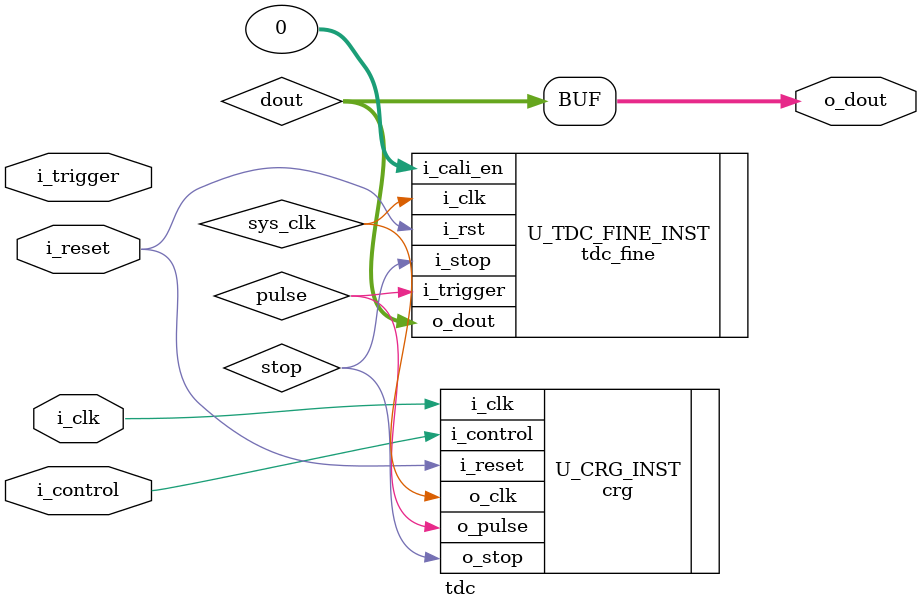
<source format=v>
`timescale 1ns / 1ps

`include "configuration.v"

module tdc(
	input i_clk,
	input i_reset,
	input i_trigger, 
	input i_control,
	output [15:0] o_dout
);

wire sys_clk;
wire pulse;  
wire stop;
wire [15:0] dout;

//(*mark_debug = "true"*) wire [15:0] dout;

/*
ila_0 ila_0_inst (
    .clk(sys_clk),
    .probe0(dout)
);
*/

crg U_CRG_INST(
	.i_clk(i_clk),
	.i_reset(i_reset),
	.i_control(i_control),
	.o_clk(sys_clk),
	.o_pulse(pulse),
	.o_stop(stop)
);

//---------------------------------------------------------------------------------------------
// TDC fine counting component
tdc_fine #(	
    .NUM_DSP_PER_LINE(16),
    .NUM_DELAY_LINE(8),
    .DATA_WIDTH(8)
) U_TDC_FINE_INST (
    .i_clk(sys_clk),
    .i_rst(i_reset),
    .i_stop(stop),
    .i_cali_en(0),
    .i_trigger(pulse),
    .o_dout(dout)
);

// TDC coarse counting component
assign o_dout = dout[15:0];

endmodule


</source>
